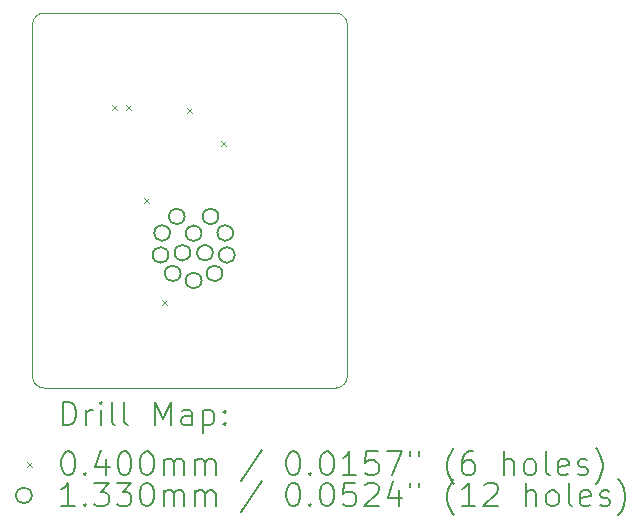
<source format=gbr>
%TF.GenerationSoftware,KiCad,Pcbnew,7.0.6*%
%TF.CreationDate,2024-04-06T15:35:35-04:00*%
%TF.ProjectId,mainbox_peripheral_steering_wheel,6d61696e-626f-4785-9f70-657269706865,rev?*%
%TF.SameCoordinates,Original*%
%TF.FileFunction,Drillmap*%
%TF.FilePolarity,Positive*%
%FSLAX45Y45*%
G04 Gerber Fmt 4.5, Leading zero omitted, Abs format (unit mm)*
G04 Created by KiCad (PCBNEW 7.0.6) date 2024-04-06 15:35:35*
%MOMM*%
%LPD*%
G01*
G04 APERTURE LIST*
%ADD10C,0.100000*%
%ADD11C,0.200000*%
%ADD12C,0.040000*%
%ADD13C,0.133000*%
G04 APERTURE END LIST*
D10*
X12302354Y-10979476D02*
G75*
G03*
X12402347Y-11079476I99996J-4D01*
G01*
X12402347Y-7904477D02*
G75*
G03*
X12302347Y-8004476I3J-100003D01*
G01*
X14969354Y-8004476D02*
G75*
G03*
X14869347Y-7904476I-100004J-4D01*
G01*
X14869347Y-11079476D02*
X12402347Y-11079476D01*
X12302347Y-10979476D02*
X12302347Y-8004476D01*
X12402347Y-7904476D02*
X14869347Y-7904476D01*
X14869347Y-11079477D02*
G75*
G03*
X14969347Y-10979476I3J99997D01*
G01*
X14969347Y-8004476D02*
X14969347Y-10979476D01*
D11*
D12*
X12978307Y-8687116D02*
X13018307Y-8727116D01*
X13018307Y-8687116D02*
X12978307Y-8727116D01*
X13095147Y-8687116D02*
X13135147Y-8727116D01*
X13135147Y-8687116D02*
X13095147Y-8727116D01*
X13248960Y-9474520D02*
X13288960Y-9514520D01*
X13288960Y-9474520D02*
X13248960Y-9514520D01*
X13401360Y-10338120D02*
X13441360Y-10378120D01*
X13441360Y-10338120D02*
X13401360Y-10378120D01*
X13613307Y-8707436D02*
X13653307Y-8747436D01*
X13653307Y-8707436D02*
X13613307Y-8747436D01*
X13902867Y-8986836D02*
X13942867Y-9026836D01*
X13942867Y-8986836D02*
X13902867Y-9026836D01*
D13*
X13454351Y-9952835D02*
G75*
G03*
X13454351Y-9952835I-66500J0D01*
G01*
X13467605Y-9766261D02*
G75*
G03*
X13467605Y-9766261I-66500J0D01*
G01*
X13557767Y-10108696D02*
G75*
G03*
X13557767Y-10108696I-66500J0D01*
G01*
X13592000Y-9626600D02*
G75*
G03*
X13592000Y-9626600I-66500J0D01*
G01*
X13639541Y-9933999D02*
G75*
G03*
X13639541Y-9933999I-66500J0D01*
G01*
X13734804Y-9768999D02*
G75*
G03*
X13734804Y-9768999I-66500J0D01*
G01*
X13734804Y-10168990D02*
G75*
G03*
X13734804Y-10168990I-66500J0D01*
G01*
X13830067Y-9933999D02*
G75*
G03*
X13830067Y-9933999I-66500J0D01*
G01*
X13877607Y-9626596D02*
G75*
G03*
X13877607Y-9626596I-66500J0D01*
G01*
X13911841Y-10108696D02*
G75*
G03*
X13911841Y-10108696I-66500J0D01*
G01*
X14002003Y-9766261D02*
G75*
G03*
X14002003Y-9766261I-66500J0D01*
G01*
X14015257Y-9952835D02*
G75*
G03*
X14015257Y-9952835I-66500J0D01*
G01*
D11*
X12558124Y-11395961D02*
X12558124Y-11195961D01*
X12558124Y-11195961D02*
X12605743Y-11195961D01*
X12605743Y-11195961D02*
X12634314Y-11205484D01*
X12634314Y-11205484D02*
X12653362Y-11224532D01*
X12653362Y-11224532D02*
X12662885Y-11243580D01*
X12662885Y-11243580D02*
X12672409Y-11281675D01*
X12672409Y-11281675D02*
X12672409Y-11310246D01*
X12672409Y-11310246D02*
X12662885Y-11348341D01*
X12662885Y-11348341D02*
X12653362Y-11367389D01*
X12653362Y-11367389D02*
X12634314Y-11386437D01*
X12634314Y-11386437D02*
X12605743Y-11395961D01*
X12605743Y-11395961D02*
X12558124Y-11395961D01*
X12758124Y-11395961D02*
X12758124Y-11262627D01*
X12758124Y-11300722D02*
X12767647Y-11281675D01*
X12767647Y-11281675D02*
X12777171Y-11272151D01*
X12777171Y-11272151D02*
X12796219Y-11262627D01*
X12796219Y-11262627D02*
X12815266Y-11262627D01*
X12881933Y-11395961D02*
X12881933Y-11262627D01*
X12881933Y-11195961D02*
X12872409Y-11205484D01*
X12872409Y-11205484D02*
X12881933Y-11215008D01*
X12881933Y-11215008D02*
X12891457Y-11205484D01*
X12891457Y-11205484D02*
X12881933Y-11195961D01*
X12881933Y-11195961D02*
X12881933Y-11215008D01*
X13005743Y-11395961D02*
X12986695Y-11386437D01*
X12986695Y-11386437D02*
X12977171Y-11367389D01*
X12977171Y-11367389D02*
X12977171Y-11195961D01*
X13110504Y-11395961D02*
X13091457Y-11386437D01*
X13091457Y-11386437D02*
X13081933Y-11367389D01*
X13081933Y-11367389D02*
X13081933Y-11195961D01*
X13339076Y-11395961D02*
X13339076Y-11195961D01*
X13339076Y-11195961D02*
X13405743Y-11338818D01*
X13405743Y-11338818D02*
X13472409Y-11195961D01*
X13472409Y-11195961D02*
X13472409Y-11395961D01*
X13653362Y-11395961D02*
X13653362Y-11291199D01*
X13653362Y-11291199D02*
X13643838Y-11272151D01*
X13643838Y-11272151D02*
X13624790Y-11262627D01*
X13624790Y-11262627D02*
X13586695Y-11262627D01*
X13586695Y-11262627D02*
X13567647Y-11272151D01*
X13653362Y-11386437D02*
X13634314Y-11395961D01*
X13634314Y-11395961D02*
X13586695Y-11395961D01*
X13586695Y-11395961D02*
X13567647Y-11386437D01*
X13567647Y-11386437D02*
X13558124Y-11367389D01*
X13558124Y-11367389D02*
X13558124Y-11348341D01*
X13558124Y-11348341D02*
X13567647Y-11329294D01*
X13567647Y-11329294D02*
X13586695Y-11319770D01*
X13586695Y-11319770D02*
X13634314Y-11319770D01*
X13634314Y-11319770D02*
X13653362Y-11310246D01*
X13748600Y-11262627D02*
X13748600Y-11462627D01*
X13748600Y-11272151D02*
X13767647Y-11262627D01*
X13767647Y-11262627D02*
X13805743Y-11262627D01*
X13805743Y-11262627D02*
X13824790Y-11272151D01*
X13824790Y-11272151D02*
X13834314Y-11281675D01*
X13834314Y-11281675D02*
X13843838Y-11300722D01*
X13843838Y-11300722D02*
X13843838Y-11357865D01*
X13843838Y-11357865D02*
X13834314Y-11376913D01*
X13834314Y-11376913D02*
X13824790Y-11386437D01*
X13824790Y-11386437D02*
X13805743Y-11395961D01*
X13805743Y-11395961D02*
X13767647Y-11395961D01*
X13767647Y-11395961D02*
X13748600Y-11386437D01*
X13929552Y-11376913D02*
X13939076Y-11386437D01*
X13939076Y-11386437D02*
X13929552Y-11395961D01*
X13929552Y-11395961D02*
X13920028Y-11386437D01*
X13920028Y-11386437D02*
X13929552Y-11376913D01*
X13929552Y-11376913D02*
X13929552Y-11395961D01*
X13929552Y-11272151D02*
X13939076Y-11281675D01*
X13939076Y-11281675D02*
X13929552Y-11291199D01*
X13929552Y-11291199D02*
X13920028Y-11281675D01*
X13920028Y-11281675D02*
X13929552Y-11272151D01*
X13929552Y-11272151D02*
X13929552Y-11291199D01*
D12*
X12257347Y-11704477D02*
X12297347Y-11744477D01*
X12297347Y-11704477D02*
X12257347Y-11744477D01*
D11*
X12596219Y-11615961D02*
X12615266Y-11615961D01*
X12615266Y-11615961D02*
X12634314Y-11625484D01*
X12634314Y-11625484D02*
X12643838Y-11635008D01*
X12643838Y-11635008D02*
X12653362Y-11654056D01*
X12653362Y-11654056D02*
X12662885Y-11692151D01*
X12662885Y-11692151D02*
X12662885Y-11739770D01*
X12662885Y-11739770D02*
X12653362Y-11777865D01*
X12653362Y-11777865D02*
X12643838Y-11796913D01*
X12643838Y-11796913D02*
X12634314Y-11806437D01*
X12634314Y-11806437D02*
X12615266Y-11815961D01*
X12615266Y-11815961D02*
X12596219Y-11815961D01*
X12596219Y-11815961D02*
X12577171Y-11806437D01*
X12577171Y-11806437D02*
X12567647Y-11796913D01*
X12567647Y-11796913D02*
X12558124Y-11777865D01*
X12558124Y-11777865D02*
X12548600Y-11739770D01*
X12548600Y-11739770D02*
X12548600Y-11692151D01*
X12548600Y-11692151D02*
X12558124Y-11654056D01*
X12558124Y-11654056D02*
X12567647Y-11635008D01*
X12567647Y-11635008D02*
X12577171Y-11625484D01*
X12577171Y-11625484D02*
X12596219Y-11615961D01*
X12748600Y-11796913D02*
X12758124Y-11806437D01*
X12758124Y-11806437D02*
X12748600Y-11815961D01*
X12748600Y-11815961D02*
X12739076Y-11806437D01*
X12739076Y-11806437D02*
X12748600Y-11796913D01*
X12748600Y-11796913D02*
X12748600Y-11815961D01*
X12929552Y-11682627D02*
X12929552Y-11815961D01*
X12881933Y-11606437D02*
X12834314Y-11749294D01*
X12834314Y-11749294D02*
X12958124Y-11749294D01*
X13072409Y-11615961D02*
X13091457Y-11615961D01*
X13091457Y-11615961D02*
X13110505Y-11625484D01*
X13110505Y-11625484D02*
X13120028Y-11635008D01*
X13120028Y-11635008D02*
X13129552Y-11654056D01*
X13129552Y-11654056D02*
X13139076Y-11692151D01*
X13139076Y-11692151D02*
X13139076Y-11739770D01*
X13139076Y-11739770D02*
X13129552Y-11777865D01*
X13129552Y-11777865D02*
X13120028Y-11796913D01*
X13120028Y-11796913D02*
X13110505Y-11806437D01*
X13110505Y-11806437D02*
X13091457Y-11815961D01*
X13091457Y-11815961D02*
X13072409Y-11815961D01*
X13072409Y-11815961D02*
X13053362Y-11806437D01*
X13053362Y-11806437D02*
X13043838Y-11796913D01*
X13043838Y-11796913D02*
X13034314Y-11777865D01*
X13034314Y-11777865D02*
X13024790Y-11739770D01*
X13024790Y-11739770D02*
X13024790Y-11692151D01*
X13024790Y-11692151D02*
X13034314Y-11654056D01*
X13034314Y-11654056D02*
X13043838Y-11635008D01*
X13043838Y-11635008D02*
X13053362Y-11625484D01*
X13053362Y-11625484D02*
X13072409Y-11615961D01*
X13262885Y-11615961D02*
X13281933Y-11615961D01*
X13281933Y-11615961D02*
X13300981Y-11625484D01*
X13300981Y-11625484D02*
X13310505Y-11635008D01*
X13310505Y-11635008D02*
X13320028Y-11654056D01*
X13320028Y-11654056D02*
X13329552Y-11692151D01*
X13329552Y-11692151D02*
X13329552Y-11739770D01*
X13329552Y-11739770D02*
X13320028Y-11777865D01*
X13320028Y-11777865D02*
X13310505Y-11796913D01*
X13310505Y-11796913D02*
X13300981Y-11806437D01*
X13300981Y-11806437D02*
X13281933Y-11815961D01*
X13281933Y-11815961D02*
X13262885Y-11815961D01*
X13262885Y-11815961D02*
X13243838Y-11806437D01*
X13243838Y-11806437D02*
X13234314Y-11796913D01*
X13234314Y-11796913D02*
X13224790Y-11777865D01*
X13224790Y-11777865D02*
X13215266Y-11739770D01*
X13215266Y-11739770D02*
X13215266Y-11692151D01*
X13215266Y-11692151D02*
X13224790Y-11654056D01*
X13224790Y-11654056D02*
X13234314Y-11635008D01*
X13234314Y-11635008D02*
X13243838Y-11625484D01*
X13243838Y-11625484D02*
X13262885Y-11615961D01*
X13415266Y-11815961D02*
X13415266Y-11682627D01*
X13415266Y-11701675D02*
X13424790Y-11692151D01*
X13424790Y-11692151D02*
X13443838Y-11682627D01*
X13443838Y-11682627D02*
X13472409Y-11682627D01*
X13472409Y-11682627D02*
X13491457Y-11692151D01*
X13491457Y-11692151D02*
X13500981Y-11711199D01*
X13500981Y-11711199D02*
X13500981Y-11815961D01*
X13500981Y-11711199D02*
X13510505Y-11692151D01*
X13510505Y-11692151D02*
X13529552Y-11682627D01*
X13529552Y-11682627D02*
X13558124Y-11682627D01*
X13558124Y-11682627D02*
X13577171Y-11692151D01*
X13577171Y-11692151D02*
X13586695Y-11711199D01*
X13586695Y-11711199D02*
X13586695Y-11815961D01*
X13681933Y-11815961D02*
X13681933Y-11682627D01*
X13681933Y-11701675D02*
X13691457Y-11692151D01*
X13691457Y-11692151D02*
X13710505Y-11682627D01*
X13710505Y-11682627D02*
X13739076Y-11682627D01*
X13739076Y-11682627D02*
X13758124Y-11692151D01*
X13758124Y-11692151D02*
X13767647Y-11711199D01*
X13767647Y-11711199D02*
X13767647Y-11815961D01*
X13767647Y-11711199D02*
X13777171Y-11692151D01*
X13777171Y-11692151D02*
X13796219Y-11682627D01*
X13796219Y-11682627D02*
X13824790Y-11682627D01*
X13824790Y-11682627D02*
X13843838Y-11692151D01*
X13843838Y-11692151D02*
X13853362Y-11711199D01*
X13853362Y-11711199D02*
X13853362Y-11815961D01*
X14243838Y-11606437D02*
X14072409Y-11863580D01*
X14500981Y-11615961D02*
X14520029Y-11615961D01*
X14520029Y-11615961D02*
X14539076Y-11625484D01*
X14539076Y-11625484D02*
X14548600Y-11635008D01*
X14548600Y-11635008D02*
X14558124Y-11654056D01*
X14558124Y-11654056D02*
X14567648Y-11692151D01*
X14567648Y-11692151D02*
X14567648Y-11739770D01*
X14567648Y-11739770D02*
X14558124Y-11777865D01*
X14558124Y-11777865D02*
X14548600Y-11796913D01*
X14548600Y-11796913D02*
X14539076Y-11806437D01*
X14539076Y-11806437D02*
X14520029Y-11815961D01*
X14520029Y-11815961D02*
X14500981Y-11815961D01*
X14500981Y-11815961D02*
X14481933Y-11806437D01*
X14481933Y-11806437D02*
X14472409Y-11796913D01*
X14472409Y-11796913D02*
X14462886Y-11777865D01*
X14462886Y-11777865D02*
X14453362Y-11739770D01*
X14453362Y-11739770D02*
X14453362Y-11692151D01*
X14453362Y-11692151D02*
X14462886Y-11654056D01*
X14462886Y-11654056D02*
X14472409Y-11635008D01*
X14472409Y-11635008D02*
X14481933Y-11625484D01*
X14481933Y-11625484D02*
X14500981Y-11615961D01*
X14653362Y-11796913D02*
X14662886Y-11806437D01*
X14662886Y-11806437D02*
X14653362Y-11815961D01*
X14653362Y-11815961D02*
X14643838Y-11806437D01*
X14643838Y-11806437D02*
X14653362Y-11796913D01*
X14653362Y-11796913D02*
X14653362Y-11815961D01*
X14786695Y-11615961D02*
X14805743Y-11615961D01*
X14805743Y-11615961D02*
X14824790Y-11625484D01*
X14824790Y-11625484D02*
X14834314Y-11635008D01*
X14834314Y-11635008D02*
X14843838Y-11654056D01*
X14843838Y-11654056D02*
X14853362Y-11692151D01*
X14853362Y-11692151D02*
X14853362Y-11739770D01*
X14853362Y-11739770D02*
X14843838Y-11777865D01*
X14843838Y-11777865D02*
X14834314Y-11796913D01*
X14834314Y-11796913D02*
X14824790Y-11806437D01*
X14824790Y-11806437D02*
X14805743Y-11815961D01*
X14805743Y-11815961D02*
X14786695Y-11815961D01*
X14786695Y-11815961D02*
X14767648Y-11806437D01*
X14767648Y-11806437D02*
X14758124Y-11796913D01*
X14758124Y-11796913D02*
X14748600Y-11777865D01*
X14748600Y-11777865D02*
X14739076Y-11739770D01*
X14739076Y-11739770D02*
X14739076Y-11692151D01*
X14739076Y-11692151D02*
X14748600Y-11654056D01*
X14748600Y-11654056D02*
X14758124Y-11635008D01*
X14758124Y-11635008D02*
X14767648Y-11625484D01*
X14767648Y-11625484D02*
X14786695Y-11615961D01*
X15043838Y-11815961D02*
X14929552Y-11815961D01*
X14986695Y-11815961D02*
X14986695Y-11615961D01*
X14986695Y-11615961D02*
X14967648Y-11644532D01*
X14967648Y-11644532D02*
X14948600Y-11663580D01*
X14948600Y-11663580D02*
X14929552Y-11673103D01*
X15224790Y-11615961D02*
X15129552Y-11615961D01*
X15129552Y-11615961D02*
X15120029Y-11711199D01*
X15120029Y-11711199D02*
X15129552Y-11701675D01*
X15129552Y-11701675D02*
X15148600Y-11692151D01*
X15148600Y-11692151D02*
X15196219Y-11692151D01*
X15196219Y-11692151D02*
X15215267Y-11701675D01*
X15215267Y-11701675D02*
X15224790Y-11711199D01*
X15224790Y-11711199D02*
X15234314Y-11730246D01*
X15234314Y-11730246D02*
X15234314Y-11777865D01*
X15234314Y-11777865D02*
X15224790Y-11796913D01*
X15224790Y-11796913D02*
X15215267Y-11806437D01*
X15215267Y-11806437D02*
X15196219Y-11815961D01*
X15196219Y-11815961D02*
X15148600Y-11815961D01*
X15148600Y-11815961D02*
X15129552Y-11806437D01*
X15129552Y-11806437D02*
X15120029Y-11796913D01*
X15300981Y-11615961D02*
X15434314Y-11615961D01*
X15434314Y-11615961D02*
X15348600Y-11815961D01*
X15500981Y-11615961D02*
X15500981Y-11654056D01*
X15577171Y-11615961D02*
X15577171Y-11654056D01*
X15872410Y-11892151D02*
X15862886Y-11882627D01*
X15862886Y-11882627D02*
X15843838Y-11854056D01*
X15843838Y-11854056D02*
X15834314Y-11835008D01*
X15834314Y-11835008D02*
X15824791Y-11806437D01*
X15824791Y-11806437D02*
X15815267Y-11758818D01*
X15815267Y-11758818D02*
X15815267Y-11720722D01*
X15815267Y-11720722D02*
X15824791Y-11673103D01*
X15824791Y-11673103D02*
X15834314Y-11644532D01*
X15834314Y-11644532D02*
X15843838Y-11625484D01*
X15843838Y-11625484D02*
X15862886Y-11596913D01*
X15862886Y-11596913D02*
X15872410Y-11587389D01*
X16034314Y-11615961D02*
X15996219Y-11615961D01*
X15996219Y-11615961D02*
X15977171Y-11625484D01*
X15977171Y-11625484D02*
X15967648Y-11635008D01*
X15967648Y-11635008D02*
X15948600Y-11663580D01*
X15948600Y-11663580D02*
X15939076Y-11701675D01*
X15939076Y-11701675D02*
X15939076Y-11777865D01*
X15939076Y-11777865D02*
X15948600Y-11796913D01*
X15948600Y-11796913D02*
X15958124Y-11806437D01*
X15958124Y-11806437D02*
X15977171Y-11815961D01*
X15977171Y-11815961D02*
X16015267Y-11815961D01*
X16015267Y-11815961D02*
X16034314Y-11806437D01*
X16034314Y-11806437D02*
X16043838Y-11796913D01*
X16043838Y-11796913D02*
X16053362Y-11777865D01*
X16053362Y-11777865D02*
X16053362Y-11730246D01*
X16053362Y-11730246D02*
X16043838Y-11711199D01*
X16043838Y-11711199D02*
X16034314Y-11701675D01*
X16034314Y-11701675D02*
X16015267Y-11692151D01*
X16015267Y-11692151D02*
X15977171Y-11692151D01*
X15977171Y-11692151D02*
X15958124Y-11701675D01*
X15958124Y-11701675D02*
X15948600Y-11711199D01*
X15948600Y-11711199D02*
X15939076Y-11730246D01*
X16291457Y-11815961D02*
X16291457Y-11615961D01*
X16377172Y-11815961D02*
X16377172Y-11711199D01*
X16377172Y-11711199D02*
X16367648Y-11692151D01*
X16367648Y-11692151D02*
X16348600Y-11682627D01*
X16348600Y-11682627D02*
X16320029Y-11682627D01*
X16320029Y-11682627D02*
X16300981Y-11692151D01*
X16300981Y-11692151D02*
X16291457Y-11701675D01*
X16500981Y-11815961D02*
X16481933Y-11806437D01*
X16481933Y-11806437D02*
X16472410Y-11796913D01*
X16472410Y-11796913D02*
X16462886Y-11777865D01*
X16462886Y-11777865D02*
X16462886Y-11720722D01*
X16462886Y-11720722D02*
X16472410Y-11701675D01*
X16472410Y-11701675D02*
X16481933Y-11692151D01*
X16481933Y-11692151D02*
X16500981Y-11682627D01*
X16500981Y-11682627D02*
X16529553Y-11682627D01*
X16529553Y-11682627D02*
X16548600Y-11692151D01*
X16548600Y-11692151D02*
X16558124Y-11701675D01*
X16558124Y-11701675D02*
X16567648Y-11720722D01*
X16567648Y-11720722D02*
X16567648Y-11777865D01*
X16567648Y-11777865D02*
X16558124Y-11796913D01*
X16558124Y-11796913D02*
X16548600Y-11806437D01*
X16548600Y-11806437D02*
X16529553Y-11815961D01*
X16529553Y-11815961D02*
X16500981Y-11815961D01*
X16681933Y-11815961D02*
X16662886Y-11806437D01*
X16662886Y-11806437D02*
X16653362Y-11787389D01*
X16653362Y-11787389D02*
X16653362Y-11615961D01*
X16834315Y-11806437D02*
X16815267Y-11815961D01*
X16815267Y-11815961D02*
X16777172Y-11815961D01*
X16777172Y-11815961D02*
X16758124Y-11806437D01*
X16758124Y-11806437D02*
X16748600Y-11787389D01*
X16748600Y-11787389D02*
X16748600Y-11711199D01*
X16748600Y-11711199D02*
X16758124Y-11692151D01*
X16758124Y-11692151D02*
X16777172Y-11682627D01*
X16777172Y-11682627D02*
X16815267Y-11682627D01*
X16815267Y-11682627D02*
X16834315Y-11692151D01*
X16834315Y-11692151D02*
X16843838Y-11711199D01*
X16843838Y-11711199D02*
X16843838Y-11730246D01*
X16843838Y-11730246D02*
X16748600Y-11749294D01*
X16920029Y-11806437D02*
X16939076Y-11815961D01*
X16939076Y-11815961D02*
X16977172Y-11815961D01*
X16977172Y-11815961D02*
X16996219Y-11806437D01*
X16996219Y-11806437D02*
X17005743Y-11787389D01*
X17005743Y-11787389D02*
X17005743Y-11777865D01*
X17005743Y-11777865D02*
X16996219Y-11758818D01*
X16996219Y-11758818D02*
X16977172Y-11749294D01*
X16977172Y-11749294D02*
X16948600Y-11749294D01*
X16948600Y-11749294D02*
X16929553Y-11739770D01*
X16929553Y-11739770D02*
X16920029Y-11720722D01*
X16920029Y-11720722D02*
X16920029Y-11711199D01*
X16920029Y-11711199D02*
X16929553Y-11692151D01*
X16929553Y-11692151D02*
X16948600Y-11682627D01*
X16948600Y-11682627D02*
X16977172Y-11682627D01*
X16977172Y-11682627D02*
X16996219Y-11692151D01*
X17072410Y-11892151D02*
X17081934Y-11882627D01*
X17081934Y-11882627D02*
X17100981Y-11854056D01*
X17100981Y-11854056D02*
X17110505Y-11835008D01*
X17110505Y-11835008D02*
X17120029Y-11806437D01*
X17120029Y-11806437D02*
X17129553Y-11758818D01*
X17129553Y-11758818D02*
X17129553Y-11720722D01*
X17129553Y-11720722D02*
X17120029Y-11673103D01*
X17120029Y-11673103D02*
X17110505Y-11644532D01*
X17110505Y-11644532D02*
X17100981Y-11625484D01*
X17100981Y-11625484D02*
X17081934Y-11596913D01*
X17081934Y-11596913D02*
X17072410Y-11587389D01*
D13*
X12297347Y-11988477D02*
G75*
G03*
X12297347Y-11988477I-66500J0D01*
G01*
D11*
X12662885Y-12079961D02*
X12548600Y-12079961D01*
X12605743Y-12079961D02*
X12605743Y-11879961D01*
X12605743Y-11879961D02*
X12586695Y-11908532D01*
X12586695Y-11908532D02*
X12567647Y-11927580D01*
X12567647Y-11927580D02*
X12548600Y-11937103D01*
X12748600Y-12060913D02*
X12758124Y-12070437D01*
X12758124Y-12070437D02*
X12748600Y-12079961D01*
X12748600Y-12079961D02*
X12739076Y-12070437D01*
X12739076Y-12070437D02*
X12748600Y-12060913D01*
X12748600Y-12060913D02*
X12748600Y-12079961D01*
X12824790Y-11879961D02*
X12948600Y-11879961D01*
X12948600Y-11879961D02*
X12881933Y-11956151D01*
X12881933Y-11956151D02*
X12910505Y-11956151D01*
X12910505Y-11956151D02*
X12929552Y-11965675D01*
X12929552Y-11965675D02*
X12939076Y-11975199D01*
X12939076Y-11975199D02*
X12948600Y-11994246D01*
X12948600Y-11994246D02*
X12948600Y-12041865D01*
X12948600Y-12041865D02*
X12939076Y-12060913D01*
X12939076Y-12060913D02*
X12929552Y-12070437D01*
X12929552Y-12070437D02*
X12910505Y-12079961D01*
X12910505Y-12079961D02*
X12853362Y-12079961D01*
X12853362Y-12079961D02*
X12834314Y-12070437D01*
X12834314Y-12070437D02*
X12824790Y-12060913D01*
X13015266Y-11879961D02*
X13139076Y-11879961D01*
X13139076Y-11879961D02*
X13072409Y-11956151D01*
X13072409Y-11956151D02*
X13100981Y-11956151D01*
X13100981Y-11956151D02*
X13120028Y-11965675D01*
X13120028Y-11965675D02*
X13129552Y-11975199D01*
X13129552Y-11975199D02*
X13139076Y-11994246D01*
X13139076Y-11994246D02*
X13139076Y-12041865D01*
X13139076Y-12041865D02*
X13129552Y-12060913D01*
X13129552Y-12060913D02*
X13120028Y-12070437D01*
X13120028Y-12070437D02*
X13100981Y-12079961D01*
X13100981Y-12079961D02*
X13043838Y-12079961D01*
X13043838Y-12079961D02*
X13024790Y-12070437D01*
X13024790Y-12070437D02*
X13015266Y-12060913D01*
X13262885Y-11879961D02*
X13281933Y-11879961D01*
X13281933Y-11879961D02*
X13300981Y-11889484D01*
X13300981Y-11889484D02*
X13310505Y-11899008D01*
X13310505Y-11899008D02*
X13320028Y-11918056D01*
X13320028Y-11918056D02*
X13329552Y-11956151D01*
X13329552Y-11956151D02*
X13329552Y-12003770D01*
X13329552Y-12003770D02*
X13320028Y-12041865D01*
X13320028Y-12041865D02*
X13310505Y-12060913D01*
X13310505Y-12060913D02*
X13300981Y-12070437D01*
X13300981Y-12070437D02*
X13281933Y-12079961D01*
X13281933Y-12079961D02*
X13262885Y-12079961D01*
X13262885Y-12079961D02*
X13243838Y-12070437D01*
X13243838Y-12070437D02*
X13234314Y-12060913D01*
X13234314Y-12060913D02*
X13224790Y-12041865D01*
X13224790Y-12041865D02*
X13215266Y-12003770D01*
X13215266Y-12003770D02*
X13215266Y-11956151D01*
X13215266Y-11956151D02*
X13224790Y-11918056D01*
X13224790Y-11918056D02*
X13234314Y-11899008D01*
X13234314Y-11899008D02*
X13243838Y-11889484D01*
X13243838Y-11889484D02*
X13262885Y-11879961D01*
X13415266Y-12079961D02*
X13415266Y-11946627D01*
X13415266Y-11965675D02*
X13424790Y-11956151D01*
X13424790Y-11956151D02*
X13443838Y-11946627D01*
X13443838Y-11946627D02*
X13472409Y-11946627D01*
X13472409Y-11946627D02*
X13491457Y-11956151D01*
X13491457Y-11956151D02*
X13500981Y-11975199D01*
X13500981Y-11975199D02*
X13500981Y-12079961D01*
X13500981Y-11975199D02*
X13510505Y-11956151D01*
X13510505Y-11956151D02*
X13529552Y-11946627D01*
X13529552Y-11946627D02*
X13558124Y-11946627D01*
X13558124Y-11946627D02*
X13577171Y-11956151D01*
X13577171Y-11956151D02*
X13586695Y-11975199D01*
X13586695Y-11975199D02*
X13586695Y-12079961D01*
X13681933Y-12079961D02*
X13681933Y-11946627D01*
X13681933Y-11965675D02*
X13691457Y-11956151D01*
X13691457Y-11956151D02*
X13710505Y-11946627D01*
X13710505Y-11946627D02*
X13739076Y-11946627D01*
X13739076Y-11946627D02*
X13758124Y-11956151D01*
X13758124Y-11956151D02*
X13767647Y-11975199D01*
X13767647Y-11975199D02*
X13767647Y-12079961D01*
X13767647Y-11975199D02*
X13777171Y-11956151D01*
X13777171Y-11956151D02*
X13796219Y-11946627D01*
X13796219Y-11946627D02*
X13824790Y-11946627D01*
X13824790Y-11946627D02*
X13843838Y-11956151D01*
X13843838Y-11956151D02*
X13853362Y-11975199D01*
X13853362Y-11975199D02*
X13853362Y-12079961D01*
X14243838Y-11870437D02*
X14072409Y-12127580D01*
X14500981Y-11879961D02*
X14520029Y-11879961D01*
X14520029Y-11879961D02*
X14539076Y-11889484D01*
X14539076Y-11889484D02*
X14548600Y-11899008D01*
X14548600Y-11899008D02*
X14558124Y-11918056D01*
X14558124Y-11918056D02*
X14567648Y-11956151D01*
X14567648Y-11956151D02*
X14567648Y-12003770D01*
X14567648Y-12003770D02*
X14558124Y-12041865D01*
X14558124Y-12041865D02*
X14548600Y-12060913D01*
X14548600Y-12060913D02*
X14539076Y-12070437D01*
X14539076Y-12070437D02*
X14520029Y-12079961D01*
X14520029Y-12079961D02*
X14500981Y-12079961D01*
X14500981Y-12079961D02*
X14481933Y-12070437D01*
X14481933Y-12070437D02*
X14472409Y-12060913D01*
X14472409Y-12060913D02*
X14462886Y-12041865D01*
X14462886Y-12041865D02*
X14453362Y-12003770D01*
X14453362Y-12003770D02*
X14453362Y-11956151D01*
X14453362Y-11956151D02*
X14462886Y-11918056D01*
X14462886Y-11918056D02*
X14472409Y-11899008D01*
X14472409Y-11899008D02*
X14481933Y-11889484D01*
X14481933Y-11889484D02*
X14500981Y-11879961D01*
X14653362Y-12060913D02*
X14662886Y-12070437D01*
X14662886Y-12070437D02*
X14653362Y-12079961D01*
X14653362Y-12079961D02*
X14643838Y-12070437D01*
X14643838Y-12070437D02*
X14653362Y-12060913D01*
X14653362Y-12060913D02*
X14653362Y-12079961D01*
X14786695Y-11879961D02*
X14805743Y-11879961D01*
X14805743Y-11879961D02*
X14824790Y-11889484D01*
X14824790Y-11889484D02*
X14834314Y-11899008D01*
X14834314Y-11899008D02*
X14843838Y-11918056D01*
X14843838Y-11918056D02*
X14853362Y-11956151D01*
X14853362Y-11956151D02*
X14853362Y-12003770D01*
X14853362Y-12003770D02*
X14843838Y-12041865D01*
X14843838Y-12041865D02*
X14834314Y-12060913D01*
X14834314Y-12060913D02*
X14824790Y-12070437D01*
X14824790Y-12070437D02*
X14805743Y-12079961D01*
X14805743Y-12079961D02*
X14786695Y-12079961D01*
X14786695Y-12079961D02*
X14767648Y-12070437D01*
X14767648Y-12070437D02*
X14758124Y-12060913D01*
X14758124Y-12060913D02*
X14748600Y-12041865D01*
X14748600Y-12041865D02*
X14739076Y-12003770D01*
X14739076Y-12003770D02*
X14739076Y-11956151D01*
X14739076Y-11956151D02*
X14748600Y-11918056D01*
X14748600Y-11918056D02*
X14758124Y-11899008D01*
X14758124Y-11899008D02*
X14767648Y-11889484D01*
X14767648Y-11889484D02*
X14786695Y-11879961D01*
X15034314Y-11879961D02*
X14939076Y-11879961D01*
X14939076Y-11879961D02*
X14929552Y-11975199D01*
X14929552Y-11975199D02*
X14939076Y-11965675D01*
X14939076Y-11965675D02*
X14958124Y-11956151D01*
X14958124Y-11956151D02*
X15005743Y-11956151D01*
X15005743Y-11956151D02*
X15024790Y-11965675D01*
X15024790Y-11965675D02*
X15034314Y-11975199D01*
X15034314Y-11975199D02*
X15043838Y-11994246D01*
X15043838Y-11994246D02*
X15043838Y-12041865D01*
X15043838Y-12041865D02*
X15034314Y-12060913D01*
X15034314Y-12060913D02*
X15024790Y-12070437D01*
X15024790Y-12070437D02*
X15005743Y-12079961D01*
X15005743Y-12079961D02*
X14958124Y-12079961D01*
X14958124Y-12079961D02*
X14939076Y-12070437D01*
X14939076Y-12070437D02*
X14929552Y-12060913D01*
X15120029Y-11899008D02*
X15129552Y-11889484D01*
X15129552Y-11889484D02*
X15148600Y-11879961D01*
X15148600Y-11879961D02*
X15196219Y-11879961D01*
X15196219Y-11879961D02*
X15215267Y-11889484D01*
X15215267Y-11889484D02*
X15224790Y-11899008D01*
X15224790Y-11899008D02*
X15234314Y-11918056D01*
X15234314Y-11918056D02*
X15234314Y-11937103D01*
X15234314Y-11937103D02*
X15224790Y-11965675D01*
X15224790Y-11965675D02*
X15110505Y-12079961D01*
X15110505Y-12079961D02*
X15234314Y-12079961D01*
X15405743Y-11946627D02*
X15405743Y-12079961D01*
X15358124Y-11870437D02*
X15310505Y-12013294D01*
X15310505Y-12013294D02*
X15434314Y-12013294D01*
X15500981Y-11879961D02*
X15500981Y-11918056D01*
X15577171Y-11879961D02*
X15577171Y-11918056D01*
X15872410Y-12156151D02*
X15862886Y-12146627D01*
X15862886Y-12146627D02*
X15843838Y-12118056D01*
X15843838Y-12118056D02*
X15834314Y-12099008D01*
X15834314Y-12099008D02*
X15824791Y-12070437D01*
X15824791Y-12070437D02*
X15815267Y-12022818D01*
X15815267Y-12022818D02*
X15815267Y-11984722D01*
X15815267Y-11984722D02*
X15824791Y-11937103D01*
X15824791Y-11937103D02*
X15834314Y-11908532D01*
X15834314Y-11908532D02*
X15843838Y-11889484D01*
X15843838Y-11889484D02*
X15862886Y-11860913D01*
X15862886Y-11860913D02*
X15872410Y-11851389D01*
X16053362Y-12079961D02*
X15939076Y-12079961D01*
X15996219Y-12079961D02*
X15996219Y-11879961D01*
X15996219Y-11879961D02*
X15977171Y-11908532D01*
X15977171Y-11908532D02*
X15958124Y-11927580D01*
X15958124Y-11927580D02*
X15939076Y-11937103D01*
X16129552Y-11899008D02*
X16139076Y-11889484D01*
X16139076Y-11889484D02*
X16158124Y-11879961D01*
X16158124Y-11879961D02*
X16205743Y-11879961D01*
X16205743Y-11879961D02*
X16224791Y-11889484D01*
X16224791Y-11889484D02*
X16234314Y-11899008D01*
X16234314Y-11899008D02*
X16243838Y-11918056D01*
X16243838Y-11918056D02*
X16243838Y-11937103D01*
X16243838Y-11937103D02*
X16234314Y-11965675D01*
X16234314Y-11965675D02*
X16120029Y-12079961D01*
X16120029Y-12079961D02*
X16243838Y-12079961D01*
X16481933Y-12079961D02*
X16481933Y-11879961D01*
X16567648Y-12079961D02*
X16567648Y-11975199D01*
X16567648Y-11975199D02*
X16558124Y-11956151D01*
X16558124Y-11956151D02*
X16539076Y-11946627D01*
X16539076Y-11946627D02*
X16510505Y-11946627D01*
X16510505Y-11946627D02*
X16491457Y-11956151D01*
X16491457Y-11956151D02*
X16481933Y-11965675D01*
X16691457Y-12079961D02*
X16672410Y-12070437D01*
X16672410Y-12070437D02*
X16662886Y-12060913D01*
X16662886Y-12060913D02*
X16653362Y-12041865D01*
X16653362Y-12041865D02*
X16653362Y-11984722D01*
X16653362Y-11984722D02*
X16662886Y-11965675D01*
X16662886Y-11965675D02*
X16672410Y-11956151D01*
X16672410Y-11956151D02*
X16691457Y-11946627D01*
X16691457Y-11946627D02*
X16720029Y-11946627D01*
X16720029Y-11946627D02*
X16739076Y-11956151D01*
X16739076Y-11956151D02*
X16748600Y-11965675D01*
X16748600Y-11965675D02*
X16758124Y-11984722D01*
X16758124Y-11984722D02*
X16758124Y-12041865D01*
X16758124Y-12041865D02*
X16748600Y-12060913D01*
X16748600Y-12060913D02*
X16739076Y-12070437D01*
X16739076Y-12070437D02*
X16720029Y-12079961D01*
X16720029Y-12079961D02*
X16691457Y-12079961D01*
X16872410Y-12079961D02*
X16853362Y-12070437D01*
X16853362Y-12070437D02*
X16843838Y-12051389D01*
X16843838Y-12051389D02*
X16843838Y-11879961D01*
X17024791Y-12070437D02*
X17005743Y-12079961D01*
X17005743Y-12079961D02*
X16967648Y-12079961D01*
X16967648Y-12079961D02*
X16948600Y-12070437D01*
X16948600Y-12070437D02*
X16939076Y-12051389D01*
X16939076Y-12051389D02*
X16939076Y-11975199D01*
X16939076Y-11975199D02*
X16948600Y-11956151D01*
X16948600Y-11956151D02*
X16967648Y-11946627D01*
X16967648Y-11946627D02*
X17005743Y-11946627D01*
X17005743Y-11946627D02*
X17024791Y-11956151D01*
X17024791Y-11956151D02*
X17034315Y-11975199D01*
X17034315Y-11975199D02*
X17034315Y-11994246D01*
X17034315Y-11994246D02*
X16939076Y-12013294D01*
X17110505Y-12070437D02*
X17129553Y-12079961D01*
X17129553Y-12079961D02*
X17167648Y-12079961D01*
X17167648Y-12079961D02*
X17186696Y-12070437D01*
X17186696Y-12070437D02*
X17196219Y-12051389D01*
X17196219Y-12051389D02*
X17196219Y-12041865D01*
X17196219Y-12041865D02*
X17186696Y-12022818D01*
X17186696Y-12022818D02*
X17167648Y-12013294D01*
X17167648Y-12013294D02*
X17139076Y-12013294D01*
X17139076Y-12013294D02*
X17120029Y-12003770D01*
X17120029Y-12003770D02*
X17110505Y-11984722D01*
X17110505Y-11984722D02*
X17110505Y-11975199D01*
X17110505Y-11975199D02*
X17120029Y-11956151D01*
X17120029Y-11956151D02*
X17139076Y-11946627D01*
X17139076Y-11946627D02*
X17167648Y-11946627D01*
X17167648Y-11946627D02*
X17186696Y-11956151D01*
X17262886Y-12156151D02*
X17272410Y-12146627D01*
X17272410Y-12146627D02*
X17291457Y-12118056D01*
X17291457Y-12118056D02*
X17300981Y-12099008D01*
X17300981Y-12099008D02*
X17310505Y-12070437D01*
X17310505Y-12070437D02*
X17320029Y-12022818D01*
X17320029Y-12022818D02*
X17320029Y-11984722D01*
X17320029Y-11984722D02*
X17310505Y-11937103D01*
X17310505Y-11937103D02*
X17300981Y-11908532D01*
X17300981Y-11908532D02*
X17291457Y-11889484D01*
X17291457Y-11889484D02*
X17272410Y-11860913D01*
X17272410Y-11860913D02*
X17262886Y-11851389D01*
M02*

</source>
